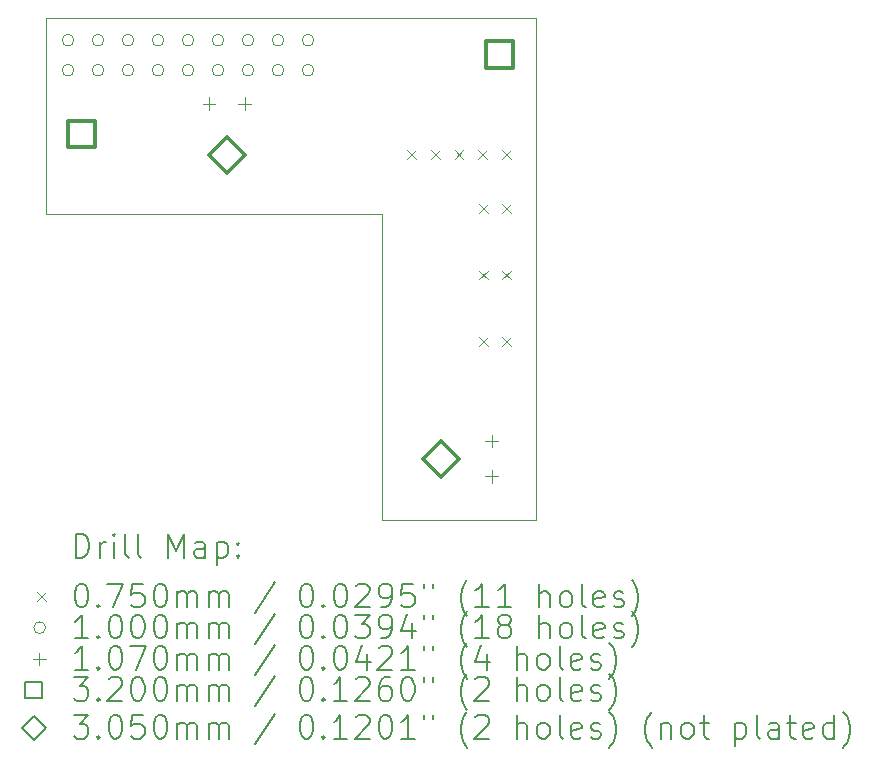
<source format=gbr>
%FSLAX45Y45*%
G04 Gerber Fmt 4.5, Leading zero omitted, Abs format (unit mm)*
G04 Created by KiCad (PCBNEW (6.0.2-0)) date 2023-02-02 13:40:41*
%MOMM*%
%LPD*%
G01*
G04 APERTURE LIST*
%TA.AperFunction,Profile*%
%ADD10C,0.100000*%
%TD*%
%ADD11C,0.200000*%
%ADD12C,0.075000*%
%ADD13C,0.100000*%
%ADD14C,0.107000*%
%ADD15C,0.320000*%
%ADD16C,0.305000*%
G04 APERTURE END LIST*
D10*
X22500Y4282500D02*
X22500Y2832500D01*
X4172500Y32500D02*
X4172500Y632500D01*
X22500Y2622500D02*
X2862500Y2622500D01*
X22500Y2622500D02*
X22500Y2832500D01*
X4172500Y4282500D02*
X4172500Y632500D01*
X2862500Y32500D02*
X2862500Y2622500D01*
X2862500Y32500D02*
X4172500Y32500D01*
X4172500Y4282500D02*
X22500Y4282500D01*
D11*
D12*
X3080000Y3167500D02*
X3155000Y3092500D01*
X3155000Y3167500D02*
X3080000Y3092500D01*
X3280000Y3167500D02*
X3355000Y3092500D01*
X3355000Y3167500D02*
X3280000Y3092500D01*
X3480000Y3167500D02*
X3555000Y3092500D01*
X3555000Y3167500D02*
X3480000Y3092500D01*
X3680000Y3167500D02*
X3755000Y3092500D01*
X3755000Y3167500D02*
X3680000Y3092500D01*
X3685000Y2707500D02*
X3760000Y2632500D01*
X3760000Y2707500D02*
X3685000Y2632500D01*
X3685000Y2147500D02*
X3760000Y2072500D01*
X3760000Y2147500D02*
X3685000Y2072500D01*
X3685000Y1585000D02*
X3760000Y1510000D01*
X3760000Y1585000D02*
X3685000Y1510000D01*
X3880000Y3167500D02*
X3955000Y3092500D01*
X3955000Y3167500D02*
X3880000Y3092500D01*
X3885000Y2707500D02*
X3960000Y2632500D01*
X3960000Y2707500D02*
X3885000Y2632500D01*
X3885000Y2147500D02*
X3960000Y2072500D01*
X3960000Y2147500D02*
X3885000Y2072500D01*
X3885000Y1585000D02*
X3960000Y1510000D01*
X3960000Y1585000D02*
X3885000Y1510000D01*
D13*
X257500Y4099000D02*
G75*
G03*
X257500Y4099000I-50000J0D01*
G01*
X257500Y3845000D02*
G75*
G03*
X257500Y3845000I-50000J0D01*
G01*
X511500Y4099000D02*
G75*
G03*
X511500Y4099000I-50000J0D01*
G01*
X511500Y3845000D02*
G75*
G03*
X511500Y3845000I-50000J0D01*
G01*
X765500Y4099000D02*
G75*
G03*
X765500Y4099000I-50000J0D01*
G01*
X765500Y3845000D02*
G75*
G03*
X765500Y3845000I-50000J0D01*
G01*
X1019500Y4099000D02*
G75*
G03*
X1019500Y4099000I-50000J0D01*
G01*
X1019500Y3845000D02*
G75*
G03*
X1019500Y3845000I-50000J0D01*
G01*
X1273500Y4099000D02*
G75*
G03*
X1273500Y4099000I-50000J0D01*
G01*
X1273500Y3845000D02*
G75*
G03*
X1273500Y3845000I-50000J0D01*
G01*
X1527500Y4099000D02*
G75*
G03*
X1527500Y4099000I-50000J0D01*
G01*
X1527500Y3845000D02*
G75*
G03*
X1527500Y3845000I-50000J0D01*
G01*
X1781500Y4099000D02*
G75*
G03*
X1781500Y4099000I-50000J0D01*
G01*
X1781500Y3845000D02*
G75*
G03*
X1781500Y3845000I-50000J0D01*
G01*
X2035500Y4099000D02*
G75*
G03*
X2035500Y4099000I-50000J0D01*
G01*
X2035500Y3845000D02*
G75*
G03*
X2035500Y3845000I-50000J0D01*
G01*
X2289500Y4099000D02*
G75*
G03*
X2289500Y4099000I-50000J0D01*
G01*
X2289500Y3845000D02*
G75*
G03*
X2289500Y3845000I-50000J0D01*
G01*
D14*
X1402500Y3613000D02*
X1402500Y3506000D01*
X1349000Y3559500D02*
X1456000Y3559500D01*
X1702500Y3613000D02*
X1702500Y3506000D01*
X1649000Y3559500D02*
X1756000Y3559500D01*
X3794500Y758500D02*
X3794500Y651500D01*
X3741000Y705000D02*
X3848000Y705000D01*
X3794500Y458500D02*
X3794500Y351500D01*
X3741000Y405000D02*
X3848000Y405000D01*
D15*
X433138Y3189362D02*
X433138Y3415638D01*
X206862Y3415638D01*
X206862Y3189362D01*
X433138Y3189362D01*
X3975638Y3861862D02*
X3975638Y4088138D01*
X3749362Y4088138D01*
X3749362Y3861862D01*
X3975638Y3861862D01*
D16*
X1552500Y2975000D02*
X1705000Y3127500D01*
X1552500Y3280000D01*
X1400000Y3127500D01*
X1552500Y2975000D01*
X3362500Y402500D02*
X3515000Y555000D01*
X3362500Y707500D01*
X3210000Y555000D01*
X3362500Y402500D01*
D11*
X275119Y-282976D02*
X275119Y-82976D01*
X322738Y-82976D01*
X351309Y-92500D01*
X370357Y-111548D01*
X379881Y-130595D01*
X389405Y-168690D01*
X389405Y-197262D01*
X379881Y-235357D01*
X370357Y-254405D01*
X351309Y-273452D01*
X322738Y-282976D01*
X275119Y-282976D01*
X475119Y-282976D02*
X475119Y-149643D01*
X475119Y-187738D02*
X484643Y-168690D01*
X494167Y-159167D01*
X513214Y-149643D01*
X532262Y-149643D01*
X598929Y-282976D02*
X598929Y-149643D01*
X598929Y-82976D02*
X589405Y-92500D01*
X598929Y-102024D01*
X608452Y-92500D01*
X598929Y-82976D01*
X598929Y-102024D01*
X722738Y-282976D02*
X703690Y-273452D01*
X694167Y-254405D01*
X694167Y-82976D01*
X827500Y-282976D02*
X808452Y-273452D01*
X798928Y-254405D01*
X798928Y-82976D01*
X1056071Y-282976D02*
X1056071Y-82976D01*
X1122738Y-225833D01*
X1189405Y-82976D01*
X1189405Y-282976D01*
X1370357Y-282976D02*
X1370357Y-178214D01*
X1360833Y-159167D01*
X1341786Y-149643D01*
X1303690Y-149643D01*
X1284643Y-159167D01*
X1370357Y-273452D02*
X1351310Y-282976D01*
X1303690Y-282976D01*
X1284643Y-273452D01*
X1275119Y-254405D01*
X1275119Y-235357D01*
X1284643Y-216309D01*
X1303690Y-206786D01*
X1351310Y-206786D01*
X1370357Y-197262D01*
X1465595Y-149643D02*
X1465595Y-349643D01*
X1465595Y-159167D02*
X1484643Y-149643D01*
X1522738Y-149643D01*
X1541786Y-159167D01*
X1551309Y-168690D01*
X1560833Y-187738D01*
X1560833Y-244881D01*
X1551309Y-263929D01*
X1541786Y-273452D01*
X1522738Y-282976D01*
X1484643Y-282976D01*
X1465595Y-273452D01*
X1646548Y-263929D02*
X1656071Y-273452D01*
X1646548Y-282976D01*
X1637024Y-273452D01*
X1646548Y-263929D01*
X1646548Y-282976D01*
X1646548Y-159167D02*
X1656071Y-168690D01*
X1646548Y-178214D01*
X1637024Y-168690D01*
X1646548Y-159167D01*
X1646548Y-178214D01*
D12*
X-57500Y-575000D02*
X17500Y-650000D01*
X17500Y-575000D02*
X-57500Y-650000D01*
D11*
X313214Y-502976D02*
X332262Y-502976D01*
X351309Y-512500D01*
X360833Y-522024D01*
X370357Y-541071D01*
X379881Y-579167D01*
X379881Y-626786D01*
X370357Y-664881D01*
X360833Y-683929D01*
X351309Y-693452D01*
X332262Y-702976D01*
X313214Y-702976D01*
X294167Y-693452D01*
X284643Y-683929D01*
X275119Y-664881D01*
X265595Y-626786D01*
X265595Y-579167D01*
X275119Y-541071D01*
X284643Y-522024D01*
X294167Y-512500D01*
X313214Y-502976D01*
X465595Y-683929D02*
X475119Y-693452D01*
X465595Y-702976D01*
X456071Y-693452D01*
X465595Y-683929D01*
X465595Y-702976D01*
X541786Y-502976D02*
X675119Y-502976D01*
X589405Y-702976D01*
X846548Y-502976D02*
X751309Y-502976D01*
X741786Y-598214D01*
X751309Y-588690D01*
X770357Y-579167D01*
X817976Y-579167D01*
X837024Y-588690D01*
X846548Y-598214D01*
X856071Y-617262D01*
X856071Y-664881D01*
X846548Y-683929D01*
X837024Y-693452D01*
X817976Y-702976D01*
X770357Y-702976D01*
X751309Y-693452D01*
X741786Y-683929D01*
X979881Y-502976D02*
X998928Y-502976D01*
X1017976Y-512500D01*
X1027500Y-522024D01*
X1037024Y-541071D01*
X1046548Y-579167D01*
X1046548Y-626786D01*
X1037024Y-664881D01*
X1027500Y-683929D01*
X1017976Y-693452D01*
X998928Y-702976D01*
X979881Y-702976D01*
X960833Y-693452D01*
X951309Y-683929D01*
X941786Y-664881D01*
X932262Y-626786D01*
X932262Y-579167D01*
X941786Y-541071D01*
X951309Y-522024D01*
X960833Y-512500D01*
X979881Y-502976D01*
X1132262Y-702976D02*
X1132262Y-569643D01*
X1132262Y-588690D02*
X1141786Y-579167D01*
X1160833Y-569643D01*
X1189405Y-569643D01*
X1208452Y-579167D01*
X1217976Y-598214D01*
X1217976Y-702976D01*
X1217976Y-598214D02*
X1227500Y-579167D01*
X1246548Y-569643D01*
X1275119Y-569643D01*
X1294167Y-579167D01*
X1303690Y-598214D01*
X1303690Y-702976D01*
X1398928Y-702976D02*
X1398928Y-569643D01*
X1398928Y-588690D02*
X1408452Y-579167D01*
X1427500Y-569643D01*
X1456071Y-569643D01*
X1475119Y-579167D01*
X1484643Y-598214D01*
X1484643Y-702976D01*
X1484643Y-598214D02*
X1494167Y-579167D01*
X1513214Y-569643D01*
X1541786Y-569643D01*
X1560833Y-579167D01*
X1570357Y-598214D01*
X1570357Y-702976D01*
X1960833Y-493452D02*
X1789405Y-750595D01*
X2217976Y-502976D02*
X2237024Y-502976D01*
X2256071Y-512500D01*
X2265595Y-522024D01*
X2275119Y-541071D01*
X2284643Y-579167D01*
X2284643Y-626786D01*
X2275119Y-664881D01*
X2265595Y-683929D01*
X2256071Y-693452D01*
X2237024Y-702976D01*
X2217976Y-702976D01*
X2198929Y-693452D01*
X2189405Y-683929D01*
X2179881Y-664881D01*
X2170357Y-626786D01*
X2170357Y-579167D01*
X2179881Y-541071D01*
X2189405Y-522024D01*
X2198929Y-512500D01*
X2217976Y-502976D01*
X2370357Y-683929D02*
X2379881Y-693452D01*
X2370357Y-702976D01*
X2360833Y-693452D01*
X2370357Y-683929D01*
X2370357Y-702976D01*
X2503690Y-502976D02*
X2522738Y-502976D01*
X2541786Y-512500D01*
X2551310Y-522024D01*
X2560833Y-541071D01*
X2570357Y-579167D01*
X2570357Y-626786D01*
X2560833Y-664881D01*
X2551310Y-683929D01*
X2541786Y-693452D01*
X2522738Y-702976D01*
X2503690Y-702976D01*
X2484643Y-693452D01*
X2475119Y-683929D01*
X2465595Y-664881D01*
X2456071Y-626786D01*
X2456071Y-579167D01*
X2465595Y-541071D01*
X2475119Y-522024D01*
X2484643Y-512500D01*
X2503690Y-502976D01*
X2646548Y-522024D02*
X2656071Y-512500D01*
X2675119Y-502976D01*
X2722738Y-502976D01*
X2741786Y-512500D01*
X2751310Y-522024D01*
X2760833Y-541071D01*
X2760833Y-560119D01*
X2751310Y-588690D01*
X2637024Y-702976D01*
X2760833Y-702976D01*
X2856071Y-702976D02*
X2894167Y-702976D01*
X2913214Y-693452D01*
X2922738Y-683929D01*
X2941786Y-655357D01*
X2951309Y-617262D01*
X2951309Y-541071D01*
X2941786Y-522024D01*
X2932262Y-512500D01*
X2913214Y-502976D01*
X2875119Y-502976D01*
X2856071Y-512500D01*
X2846548Y-522024D01*
X2837024Y-541071D01*
X2837024Y-588690D01*
X2846548Y-607738D01*
X2856071Y-617262D01*
X2875119Y-626786D01*
X2913214Y-626786D01*
X2932262Y-617262D01*
X2941786Y-607738D01*
X2951309Y-588690D01*
X3132262Y-502976D02*
X3037024Y-502976D01*
X3027500Y-598214D01*
X3037024Y-588690D01*
X3056071Y-579167D01*
X3103690Y-579167D01*
X3122738Y-588690D01*
X3132262Y-598214D01*
X3141786Y-617262D01*
X3141786Y-664881D01*
X3132262Y-683929D01*
X3122738Y-693452D01*
X3103690Y-702976D01*
X3056071Y-702976D01*
X3037024Y-693452D01*
X3027500Y-683929D01*
X3217976Y-502976D02*
X3217976Y-541071D01*
X3294167Y-502976D02*
X3294167Y-541071D01*
X3589405Y-779167D02*
X3579881Y-769643D01*
X3560833Y-741071D01*
X3551309Y-722024D01*
X3541786Y-693452D01*
X3532262Y-645833D01*
X3532262Y-607738D01*
X3541786Y-560119D01*
X3551309Y-531548D01*
X3560833Y-512500D01*
X3579881Y-483928D01*
X3589405Y-474405D01*
X3770357Y-702976D02*
X3656071Y-702976D01*
X3713214Y-702976D02*
X3713214Y-502976D01*
X3694167Y-531548D01*
X3675119Y-550595D01*
X3656071Y-560119D01*
X3960833Y-702976D02*
X3846548Y-702976D01*
X3903690Y-702976D02*
X3903690Y-502976D01*
X3884643Y-531548D01*
X3865595Y-550595D01*
X3846548Y-560119D01*
X4198929Y-702976D02*
X4198929Y-502976D01*
X4284643Y-702976D02*
X4284643Y-598214D01*
X4275119Y-579167D01*
X4256071Y-569643D01*
X4227500Y-569643D01*
X4208452Y-579167D01*
X4198929Y-588690D01*
X4408452Y-702976D02*
X4389405Y-693452D01*
X4379881Y-683929D01*
X4370357Y-664881D01*
X4370357Y-607738D01*
X4379881Y-588690D01*
X4389405Y-579167D01*
X4408452Y-569643D01*
X4437024Y-569643D01*
X4456071Y-579167D01*
X4465595Y-588690D01*
X4475119Y-607738D01*
X4475119Y-664881D01*
X4465595Y-683929D01*
X4456071Y-693452D01*
X4437024Y-702976D01*
X4408452Y-702976D01*
X4589405Y-702976D02*
X4570357Y-693452D01*
X4560833Y-674405D01*
X4560833Y-502976D01*
X4741786Y-693452D02*
X4722738Y-702976D01*
X4684643Y-702976D01*
X4665595Y-693452D01*
X4656071Y-674405D01*
X4656071Y-598214D01*
X4665595Y-579167D01*
X4684643Y-569643D01*
X4722738Y-569643D01*
X4741786Y-579167D01*
X4751310Y-598214D01*
X4751310Y-617262D01*
X4656071Y-636310D01*
X4827500Y-693452D02*
X4846548Y-702976D01*
X4884643Y-702976D01*
X4903690Y-693452D01*
X4913214Y-674405D01*
X4913214Y-664881D01*
X4903690Y-645833D01*
X4884643Y-636310D01*
X4856071Y-636310D01*
X4837024Y-626786D01*
X4827500Y-607738D01*
X4827500Y-598214D01*
X4837024Y-579167D01*
X4856071Y-569643D01*
X4884643Y-569643D01*
X4903690Y-579167D01*
X4979881Y-779167D02*
X4989405Y-769643D01*
X5008452Y-741071D01*
X5017976Y-722024D01*
X5027500Y-693452D01*
X5037024Y-645833D01*
X5037024Y-607738D01*
X5027500Y-560119D01*
X5017976Y-531548D01*
X5008452Y-512500D01*
X4989405Y-483928D01*
X4979881Y-474405D01*
D13*
X17500Y-876500D02*
G75*
G03*
X17500Y-876500I-50000J0D01*
G01*
D11*
X379881Y-966976D02*
X265595Y-966976D01*
X322738Y-966976D02*
X322738Y-766976D01*
X303690Y-795548D01*
X284643Y-814595D01*
X265595Y-824119D01*
X465595Y-947928D02*
X475119Y-957452D01*
X465595Y-966976D01*
X456071Y-957452D01*
X465595Y-947928D01*
X465595Y-966976D01*
X598929Y-766976D02*
X617976Y-766976D01*
X637024Y-776500D01*
X646548Y-786024D01*
X656071Y-805071D01*
X665595Y-843167D01*
X665595Y-890786D01*
X656071Y-928881D01*
X646548Y-947928D01*
X637024Y-957452D01*
X617976Y-966976D01*
X598929Y-966976D01*
X579881Y-957452D01*
X570357Y-947928D01*
X560833Y-928881D01*
X551310Y-890786D01*
X551310Y-843167D01*
X560833Y-805071D01*
X570357Y-786024D01*
X579881Y-776500D01*
X598929Y-766976D01*
X789405Y-766976D02*
X808452Y-766976D01*
X827500Y-776500D01*
X837024Y-786024D01*
X846548Y-805071D01*
X856071Y-843167D01*
X856071Y-890786D01*
X846548Y-928881D01*
X837024Y-947928D01*
X827500Y-957452D01*
X808452Y-966976D01*
X789405Y-966976D01*
X770357Y-957452D01*
X760833Y-947928D01*
X751309Y-928881D01*
X741786Y-890786D01*
X741786Y-843167D01*
X751309Y-805071D01*
X760833Y-786024D01*
X770357Y-776500D01*
X789405Y-766976D01*
X979881Y-766976D02*
X998928Y-766976D01*
X1017976Y-776500D01*
X1027500Y-786024D01*
X1037024Y-805071D01*
X1046548Y-843167D01*
X1046548Y-890786D01*
X1037024Y-928881D01*
X1027500Y-947928D01*
X1017976Y-957452D01*
X998928Y-966976D01*
X979881Y-966976D01*
X960833Y-957452D01*
X951309Y-947928D01*
X941786Y-928881D01*
X932262Y-890786D01*
X932262Y-843167D01*
X941786Y-805071D01*
X951309Y-786024D01*
X960833Y-776500D01*
X979881Y-766976D01*
X1132262Y-966976D02*
X1132262Y-833643D01*
X1132262Y-852690D02*
X1141786Y-843167D01*
X1160833Y-833643D01*
X1189405Y-833643D01*
X1208452Y-843167D01*
X1217976Y-862214D01*
X1217976Y-966976D01*
X1217976Y-862214D02*
X1227500Y-843167D01*
X1246548Y-833643D01*
X1275119Y-833643D01*
X1294167Y-843167D01*
X1303690Y-862214D01*
X1303690Y-966976D01*
X1398928Y-966976D02*
X1398928Y-833643D01*
X1398928Y-852690D02*
X1408452Y-843167D01*
X1427500Y-833643D01*
X1456071Y-833643D01*
X1475119Y-843167D01*
X1484643Y-862214D01*
X1484643Y-966976D01*
X1484643Y-862214D02*
X1494167Y-843167D01*
X1513214Y-833643D01*
X1541786Y-833643D01*
X1560833Y-843167D01*
X1570357Y-862214D01*
X1570357Y-966976D01*
X1960833Y-757452D02*
X1789405Y-1014595D01*
X2217976Y-766976D02*
X2237024Y-766976D01*
X2256071Y-776500D01*
X2265595Y-786024D01*
X2275119Y-805071D01*
X2284643Y-843167D01*
X2284643Y-890786D01*
X2275119Y-928881D01*
X2265595Y-947928D01*
X2256071Y-957452D01*
X2237024Y-966976D01*
X2217976Y-966976D01*
X2198929Y-957452D01*
X2189405Y-947928D01*
X2179881Y-928881D01*
X2170357Y-890786D01*
X2170357Y-843167D01*
X2179881Y-805071D01*
X2189405Y-786024D01*
X2198929Y-776500D01*
X2217976Y-766976D01*
X2370357Y-947928D02*
X2379881Y-957452D01*
X2370357Y-966976D01*
X2360833Y-957452D01*
X2370357Y-947928D01*
X2370357Y-966976D01*
X2503690Y-766976D02*
X2522738Y-766976D01*
X2541786Y-776500D01*
X2551310Y-786024D01*
X2560833Y-805071D01*
X2570357Y-843167D01*
X2570357Y-890786D01*
X2560833Y-928881D01*
X2551310Y-947928D01*
X2541786Y-957452D01*
X2522738Y-966976D01*
X2503690Y-966976D01*
X2484643Y-957452D01*
X2475119Y-947928D01*
X2465595Y-928881D01*
X2456071Y-890786D01*
X2456071Y-843167D01*
X2465595Y-805071D01*
X2475119Y-786024D01*
X2484643Y-776500D01*
X2503690Y-766976D01*
X2637024Y-766976D02*
X2760833Y-766976D01*
X2694167Y-843167D01*
X2722738Y-843167D01*
X2741786Y-852690D01*
X2751310Y-862214D01*
X2760833Y-881262D01*
X2760833Y-928881D01*
X2751310Y-947928D01*
X2741786Y-957452D01*
X2722738Y-966976D01*
X2665595Y-966976D01*
X2646548Y-957452D01*
X2637024Y-947928D01*
X2856071Y-966976D02*
X2894167Y-966976D01*
X2913214Y-957452D01*
X2922738Y-947928D01*
X2941786Y-919357D01*
X2951309Y-881262D01*
X2951309Y-805071D01*
X2941786Y-786024D01*
X2932262Y-776500D01*
X2913214Y-766976D01*
X2875119Y-766976D01*
X2856071Y-776500D01*
X2846548Y-786024D01*
X2837024Y-805071D01*
X2837024Y-852690D01*
X2846548Y-871738D01*
X2856071Y-881262D01*
X2875119Y-890786D01*
X2913214Y-890786D01*
X2932262Y-881262D01*
X2941786Y-871738D01*
X2951309Y-852690D01*
X3122738Y-833643D02*
X3122738Y-966976D01*
X3075119Y-757452D02*
X3027500Y-900309D01*
X3151309Y-900309D01*
X3217976Y-766976D02*
X3217976Y-805071D01*
X3294167Y-766976D02*
X3294167Y-805071D01*
X3589405Y-1043167D02*
X3579881Y-1033643D01*
X3560833Y-1005071D01*
X3551309Y-986024D01*
X3541786Y-957452D01*
X3532262Y-909833D01*
X3532262Y-871738D01*
X3541786Y-824119D01*
X3551309Y-795548D01*
X3560833Y-776500D01*
X3579881Y-747928D01*
X3589405Y-738405D01*
X3770357Y-966976D02*
X3656071Y-966976D01*
X3713214Y-966976D02*
X3713214Y-766976D01*
X3694167Y-795548D01*
X3675119Y-814595D01*
X3656071Y-824119D01*
X3884643Y-852690D02*
X3865595Y-843167D01*
X3856071Y-833643D01*
X3846548Y-814595D01*
X3846548Y-805071D01*
X3856071Y-786024D01*
X3865595Y-776500D01*
X3884643Y-766976D01*
X3922738Y-766976D01*
X3941786Y-776500D01*
X3951309Y-786024D01*
X3960833Y-805071D01*
X3960833Y-814595D01*
X3951309Y-833643D01*
X3941786Y-843167D01*
X3922738Y-852690D01*
X3884643Y-852690D01*
X3865595Y-862214D01*
X3856071Y-871738D01*
X3846548Y-890786D01*
X3846548Y-928881D01*
X3856071Y-947928D01*
X3865595Y-957452D01*
X3884643Y-966976D01*
X3922738Y-966976D01*
X3941786Y-957452D01*
X3951309Y-947928D01*
X3960833Y-928881D01*
X3960833Y-890786D01*
X3951309Y-871738D01*
X3941786Y-862214D01*
X3922738Y-852690D01*
X4198929Y-966976D02*
X4198929Y-766976D01*
X4284643Y-966976D02*
X4284643Y-862214D01*
X4275119Y-843167D01*
X4256071Y-833643D01*
X4227500Y-833643D01*
X4208452Y-843167D01*
X4198929Y-852690D01*
X4408452Y-966976D02*
X4389405Y-957452D01*
X4379881Y-947928D01*
X4370357Y-928881D01*
X4370357Y-871738D01*
X4379881Y-852690D01*
X4389405Y-843167D01*
X4408452Y-833643D01*
X4437024Y-833643D01*
X4456071Y-843167D01*
X4465595Y-852690D01*
X4475119Y-871738D01*
X4475119Y-928881D01*
X4465595Y-947928D01*
X4456071Y-957452D01*
X4437024Y-966976D01*
X4408452Y-966976D01*
X4589405Y-966976D02*
X4570357Y-957452D01*
X4560833Y-938405D01*
X4560833Y-766976D01*
X4741786Y-957452D02*
X4722738Y-966976D01*
X4684643Y-966976D01*
X4665595Y-957452D01*
X4656071Y-938405D01*
X4656071Y-862214D01*
X4665595Y-843167D01*
X4684643Y-833643D01*
X4722738Y-833643D01*
X4741786Y-843167D01*
X4751310Y-862214D01*
X4751310Y-881262D01*
X4656071Y-900309D01*
X4827500Y-957452D02*
X4846548Y-966976D01*
X4884643Y-966976D01*
X4903690Y-957452D01*
X4913214Y-938405D01*
X4913214Y-928881D01*
X4903690Y-909833D01*
X4884643Y-900309D01*
X4856071Y-900309D01*
X4837024Y-890786D01*
X4827500Y-871738D01*
X4827500Y-862214D01*
X4837024Y-843167D01*
X4856071Y-833643D01*
X4884643Y-833643D01*
X4903690Y-843167D01*
X4979881Y-1043167D02*
X4989405Y-1033643D01*
X5008452Y-1005071D01*
X5017976Y-986024D01*
X5027500Y-957452D01*
X5037024Y-909833D01*
X5037024Y-871738D01*
X5027500Y-824119D01*
X5017976Y-795548D01*
X5008452Y-776500D01*
X4989405Y-747928D01*
X4979881Y-738405D01*
D14*
X-36000Y-1087000D02*
X-36000Y-1194000D01*
X-89500Y-1140500D02*
X17500Y-1140500D01*
D11*
X379881Y-1230976D02*
X265595Y-1230976D01*
X322738Y-1230976D02*
X322738Y-1030976D01*
X303690Y-1059548D01*
X284643Y-1078595D01*
X265595Y-1088119D01*
X465595Y-1211929D02*
X475119Y-1221452D01*
X465595Y-1230976D01*
X456071Y-1221452D01*
X465595Y-1211929D01*
X465595Y-1230976D01*
X598929Y-1030976D02*
X617976Y-1030976D01*
X637024Y-1040500D01*
X646548Y-1050024D01*
X656071Y-1069071D01*
X665595Y-1107167D01*
X665595Y-1154786D01*
X656071Y-1192881D01*
X646548Y-1211929D01*
X637024Y-1221452D01*
X617976Y-1230976D01*
X598929Y-1230976D01*
X579881Y-1221452D01*
X570357Y-1211929D01*
X560833Y-1192881D01*
X551310Y-1154786D01*
X551310Y-1107167D01*
X560833Y-1069071D01*
X570357Y-1050024D01*
X579881Y-1040500D01*
X598929Y-1030976D01*
X732262Y-1030976D02*
X865595Y-1030976D01*
X779881Y-1230976D01*
X979881Y-1030976D02*
X998928Y-1030976D01*
X1017976Y-1040500D01*
X1027500Y-1050024D01*
X1037024Y-1069071D01*
X1046548Y-1107167D01*
X1046548Y-1154786D01*
X1037024Y-1192881D01*
X1027500Y-1211929D01*
X1017976Y-1221452D01*
X998928Y-1230976D01*
X979881Y-1230976D01*
X960833Y-1221452D01*
X951309Y-1211929D01*
X941786Y-1192881D01*
X932262Y-1154786D01*
X932262Y-1107167D01*
X941786Y-1069071D01*
X951309Y-1050024D01*
X960833Y-1040500D01*
X979881Y-1030976D01*
X1132262Y-1230976D02*
X1132262Y-1097643D01*
X1132262Y-1116690D02*
X1141786Y-1107167D01*
X1160833Y-1097643D01*
X1189405Y-1097643D01*
X1208452Y-1107167D01*
X1217976Y-1126214D01*
X1217976Y-1230976D01*
X1217976Y-1126214D02*
X1227500Y-1107167D01*
X1246548Y-1097643D01*
X1275119Y-1097643D01*
X1294167Y-1107167D01*
X1303690Y-1126214D01*
X1303690Y-1230976D01*
X1398928Y-1230976D02*
X1398928Y-1097643D01*
X1398928Y-1116690D02*
X1408452Y-1107167D01*
X1427500Y-1097643D01*
X1456071Y-1097643D01*
X1475119Y-1107167D01*
X1484643Y-1126214D01*
X1484643Y-1230976D01*
X1484643Y-1126214D02*
X1494167Y-1107167D01*
X1513214Y-1097643D01*
X1541786Y-1097643D01*
X1560833Y-1107167D01*
X1570357Y-1126214D01*
X1570357Y-1230976D01*
X1960833Y-1021452D02*
X1789405Y-1278595D01*
X2217976Y-1030976D02*
X2237024Y-1030976D01*
X2256071Y-1040500D01*
X2265595Y-1050024D01*
X2275119Y-1069071D01*
X2284643Y-1107167D01*
X2284643Y-1154786D01*
X2275119Y-1192881D01*
X2265595Y-1211929D01*
X2256071Y-1221452D01*
X2237024Y-1230976D01*
X2217976Y-1230976D01*
X2198929Y-1221452D01*
X2189405Y-1211929D01*
X2179881Y-1192881D01*
X2170357Y-1154786D01*
X2170357Y-1107167D01*
X2179881Y-1069071D01*
X2189405Y-1050024D01*
X2198929Y-1040500D01*
X2217976Y-1030976D01*
X2370357Y-1211929D02*
X2379881Y-1221452D01*
X2370357Y-1230976D01*
X2360833Y-1221452D01*
X2370357Y-1211929D01*
X2370357Y-1230976D01*
X2503690Y-1030976D02*
X2522738Y-1030976D01*
X2541786Y-1040500D01*
X2551310Y-1050024D01*
X2560833Y-1069071D01*
X2570357Y-1107167D01*
X2570357Y-1154786D01*
X2560833Y-1192881D01*
X2551310Y-1211929D01*
X2541786Y-1221452D01*
X2522738Y-1230976D01*
X2503690Y-1230976D01*
X2484643Y-1221452D01*
X2475119Y-1211929D01*
X2465595Y-1192881D01*
X2456071Y-1154786D01*
X2456071Y-1107167D01*
X2465595Y-1069071D01*
X2475119Y-1050024D01*
X2484643Y-1040500D01*
X2503690Y-1030976D01*
X2741786Y-1097643D02*
X2741786Y-1230976D01*
X2694167Y-1021452D02*
X2646548Y-1164310D01*
X2770357Y-1164310D01*
X2837024Y-1050024D02*
X2846548Y-1040500D01*
X2865595Y-1030976D01*
X2913214Y-1030976D01*
X2932262Y-1040500D01*
X2941786Y-1050024D01*
X2951309Y-1069071D01*
X2951309Y-1088119D01*
X2941786Y-1116690D01*
X2827500Y-1230976D01*
X2951309Y-1230976D01*
X3141786Y-1230976D02*
X3027500Y-1230976D01*
X3084643Y-1230976D02*
X3084643Y-1030976D01*
X3065595Y-1059548D01*
X3046548Y-1078595D01*
X3027500Y-1088119D01*
X3217976Y-1030976D02*
X3217976Y-1069071D01*
X3294167Y-1030976D02*
X3294167Y-1069071D01*
X3589405Y-1307167D02*
X3579881Y-1297643D01*
X3560833Y-1269071D01*
X3551309Y-1250024D01*
X3541786Y-1221452D01*
X3532262Y-1173833D01*
X3532262Y-1135738D01*
X3541786Y-1088119D01*
X3551309Y-1059548D01*
X3560833Y-1040500D01*
X3579881Y-1011928D01*
X3589405Y-1002405D01*
X3751309Y-1097643D02*
X3751309Y-1230976D01*
X3703690Y-1021452D02*
X3656071Y-1164310D01*
X3779881Y-1164310D01*
X4008452Y-1230976D02*
X4008452Y-1030976D01*
X4094167Y-1230976D02*
X4094167Y-1126214D01*
X4084643Y-1107167D01*
X4065595Y-1097643D01*
X4037024Y-1097643D01*
X4017976Y-1107167D01*
X4008452Y-1116690D01*
X4217976Y-1230976D02*
X4198929Y-1221452D01*
X4189405Y-1211929D01*
X4179881Y-1192881D01*
X4179881Y-1135738D01*
X4189405Y-1116690D01*
X4198929Y-1107167D01*
X4217976Y-1097643D01*
X4246548Y-1097643D01*
X4265595Y-1107167D01*
X4275119Y-1116690D01*
X4284643Y-1135738D01*
X4284643Y-1192881D01*
X4275119Y-1211929D01*
X4265595Y-1221452D01*
X4246548Y-1230976D01*
X4217976Y-1230976D01*
X4398929Y-1230976D02*
X4379881Y-1221452D01*
X4370357Y-1202405D01*
X4370357Y-1030976D01*
X4551310Y-1221452D02*
X4532262Y-1230976D01*
X4494167Y-1230976D01*
X4475119Y-1221452D01*
X4465595Y-1202405D01*
X4465595Y-1126214D01*
X4475119Y-1107167D01*
X4494167Y-1097643D01*
X4532262Y-1097643D01*
X4551310Y-1107167D01*
X4560833Y-1126214D01*
X4560833Y-1145262D01*
X4465595Y-1164310D01*
X4637024Y-1221452D02*
X4656071Y-1230976D01*
X4694167Y-1230976D01*
X4713214Y-1221452D01*
X4722738Y-1202405D01*
X4722738Y-1192881D01*
X4713214Y-1173833D01*
X4694167Y-1164310D01*
X4665595Y-1164310D01*
X4646548Y-1154786D01*
X4637024Y-1135738D01*
X4637024Y-1126214D01*
X4646548Y-1107167D01*
X4665595Y-1097643D01*
X4694167Y-1097643D01*
X4713214Y-1107167D01*
X4789405Y-1307167D02*
X4798929Y-1297643D01*
X4817976Y-1269071D01*
X4827500Y-1250024D01*
X4837024Y-1221452D01*
X4846548Y-1173833D01*
X4846548Y-1135738D01*
X4837024Y-1088119D01*
X4827500Y-1059548D01*
X4817976Y-1040500D01*
X4798929Y-1011928D01*
X4789405Y-1002405D01*
X-11789Y-1475211D02*
X-11789Y-1333789D01*
X-153211Y-1333789D01*
X-153211Y-1475211D01*
X-11789Y-1475211D01*
X256071Y-1294976D02*
X379881Y-1294976D01*
X313214Y-1371167D01*
X341786Y-1371167D01*
X360833Y-1380690D01*
X370357Y-1390214D01*
X379881Y-1409262D01*
X379881Y-1456881D01*
X370357Y-1475928D01*
X360833Y-1485452D01*
X341786Y-1494976D01*
X284643Y-1494976D01*
X265595Y-1485452D01*
X256071Y-1475928D01*
X465595Y-1475928D02*
X475119Y-1485452D01*
X465595Y-1494976D01*
X456071Y-1485452D01*
X465595Y-1475928D01*
X465595Y-1494976D01*
X551310Y-1314024D02*
X560833Y-1304500D01*
X579881Y-1294976D01*
X627500Y-1294976D01*
X646548Y-1304500D01*
X656071Y-1314024D01*
X665595Y-1333071D01*
X665595Y-1352119D01*
X656071Y-1380690D01*
X541786Y-1494976D01*
X665595Y-1494976D01*
X789405Y-1294976D02*
X808452Y-1294976D01*
X827500Y-1304500D01*
X837024Y-1314024D01*
X846548Y-1333071D01*
X856071Y-1371167D01*
X856071Y-1418786D01*
X846548Y-1456881D01*
X837024Y-1475928D01*
X827500Y-1485452D01*
X808452Y-1494976D01*
X789405Y-1494976D01*
X770357Y-1485452D01*
X760833Y-1475928D01*
X751309Y-1456881D01*
X741786Y-1418786D01*
X741786Y-1371167D01*
X751309Y-1333071D01*
X760833Y-1314024D01*
X770357Y-1304500D01*
X789405Y-1294976D01*
X979881Y-1294976D02*
X998928Y-1294976D01*
X1017976Y-1304500D01*
X1027500Y-1314024D01*
X1037024Y-1333071D01*
X1046548Y-1371167D01*
X1046548Y-1418786D01*
X1037024Y-1456881D01*
X1027500Y-1475928D01*
X1017976Y-1485452D01*
X998928Y-1494976D01*
X979881Y-1494976D01*
X960833Y-1485452D01*
X951309Y-1475928D01*
X941786Y-1456881D01*
X932262Y-1418786D01*
X932262Y-1371167D01*
X941786Y-1333071D01*
X951309Y-1314024D01*
X960833Y-1304500D01*
X979881Y-1294976D01*
X1132262Y-1494976D02*
X1132262Y-1361643D01*
X1132262Y-1380690D02*
X1141786Y-1371167D01*
X1160833Y-1361643D01*
X1189405Y-1361643D01*
X1208452Y-1371167D01*
X1217976Y-1390214D01*
X1217976Y-1494976D01*
X1217976Y-1390214D02*
X1227500Y-1371167D01*
X1246548Y-1361643D01*
X1275119Y-1361643D01*
X1294167Y-1371167D01*
X1303690Y-1390214D01*
X1303690Y-1494976D01*
X1398928Y-1494976D02*
X1398928Y-1361643D01*
X1398928Y-1380690D02*
X1408452Y-1371167D01*
X1427500Y-1361643D01*
X1456071Y-1361643D01*
X1475119Y-1371167D01*
X1484643Y-1390214D01*
X1484643Y-1494976D01*
X1484643Y-1390214D02*
X1494167Y-1371167D01*
X1513214Y-1361643D01*
X1541786Y-1361643D01*
X1560833Y-1371167D01*
X1570357Y-1390214D01*
X1570357Y-1494976D01*
X1960833Y-1285452D02*
X1789405Y-1542595D01*
X2217976Y-1294976D02*
X2237024Y-1294976D01*
X2256071Y-1304500D01*
X2265595Y-1314024D01*
X2275119Y-1333071D01*
X2284643Y-1371167D01*
X2284643Y-1418786D01*
X2275119Y-1456881D01*
X2265595Y-1475928D01*
X2256071Y-1485452D01*
X2237024Y-1494976D01*
X2217976Y-1494976D01*
X2198929Y-1485452D01*
X2189405Y-1475928D01*
X2179881Y-1456881D01*
X2170357Y-1418786D01*
X2170357Y-1371167D01*
X2179881Y-1333071D01*
X2189405Y-1314024D01*
X2198929Y-1304500D01*
X2217976Y-1294976D01*
X2370357Y-1475928D02*
X2379881Y-1485452D01*
X2370357Y-1494976D01*
X2360833Y-1485452D01*
X2370357Y-1475928D01*
X2370357Y-1494976D01*
X2570357Y-1494976D02*
X2456071Y-1494976D01*
X2513214Y-1494976D02*
X2513214Y-1294976D01*
X2494167Y-1323548D01*
X2475119Y-1342595D01*
X2456071Y-1352119D01*
X2646548Y-1314024D02*
X2656071Y-1304500D01*
X2675119Y-1294976D01*
X2722738Y-1294976D01*
X2741786Y-1304500D01*
X2751310Y-1314024D01*
X2760833Y-1333071D01*
X2760833Y-1352119D01*
X2751310Y-1380690D01*
X2637024Y-1494976D01*
X2760833Y-1494976D01*
X2932262Y-1294976D02*
X2894167Y-1294976D01*
X2875119Y-1304500D01*
X2865595Y-1314024D01*
X2846548Y-1342595D01*
X2837024Y-1380690D01*
X2837024Y-1456881D01*
X2846548Y-1475928D01*
X2856071Y-1485452D01*
X2875119Y-1494976D01*
X2913214Y-1494976D01*
X2932262Y-1485452D01*
X2941786Y-1475928D01*
X2951309Y-1456881D01*
X2951309Y-1409262D01*
X2941786Y-1390214D01*
X2932262Y-1380690D01*
X2913214Y-1371167D01*
X2875119Y-1371167D01*
X2856071Y-1380690D01*
X2846548Y-1390214D01*
X2837024Y-1409262D01*
X3075119Y-1294976D02*
X3094167Y-1294976D01*
X3113214Y-1304500D01*
X3122738Y-1314024D01*
X3132262Y-1333071D01*
X3141786Y-1371167D01*
X3141786Y-1418786D01*
X3132262Y-1456881D01*
X3122738Y-1475928D01*
X3113214Y-1485452D01*
X3094167Y-1494976D01*
X3075119Y-1494976D01*
X3056071Y-1485452D01*
X3046548Y-1475928D01*
X3037024Y-1456881D01*
X3027500Y-1418786D01*
X3027500Y-1371167D01*
X3037024Y-1333071D01*
X3046548Y-1314024D01*
X3056071Y-1304500D01*
X3075119Y-1294976D01*
X3217976Y-1294976D02*
X3217976Y-1333071D01*
X3294167Y-1294976D02*
X3294167Y-1333071D01*
X3589405Y-1571167D02*
X3579881Y-1561643D01*
X3560833Y-1533071D01*
X3551309Y-1514024D01*
X3541786Y-1485452D01*
X3532262Y-1437833D01*
X3532262Y-1399738D01*
X3541786Y-1352119D01*
X3551309Y-1323548D01*
X3560833Y-1304500D01*
X3579881Y-1275929D01*
X3589405Y-1266405D01*
X3656071Y-1314024D02*
X3665595Y-1304500D01*
X3684643Y-1294976D01*
X3732262Y-1294976D01*
X3751309Y-1304500D01*
X3760833Y-1314024D01*
X3770357Y-1333071D01*
X3770357Y-1352119D01*
X3760833Y-1380690D01*
X3646548Y-1494976D01*
X3770357Y-1494976D01*
X4008452Y-1494976D02*
X4008452Y-1294976D01*
X4094167Y-1494976D02*
X4094167Y-1390214D01*
X4084643Y-1371167D01*
X4065595Y-1361643D01*
X4037024Y-1361643D01*
X4017976Y-1371167D01*
X4008452Y-1380690D01*
X4217976Y-1494976D02*
X4198929Y-1485452D01*
X4189405Y-1475928D01*
X4179881Y-1456881D01*
X4179881Y-1399738D01*
X4189405Y-1380690D01*
X4198929Y-1371167D01*
X4217976Y-1361643D01*
X4246548Y-1361643D01*
X4265595Y-1371167D01*
X4275119Y-1380690D01*
X4284643Y-1399738D01*
X4284643Y-1456881D01*
X4275119Y-1475928D01*
X4265595Y-1485452D01*
X4246548Y-1494976D01*
X4217976Y-1494976D01*
X4398929Y-1494976D02*
X4379881Y-1485452D01*
X4370357Y-1466405D01*
X4370357Y-1294976D01*
X4551310Y-1485452D02*
X4532262Y-1494976D01*
X4494167Y-1494976D01*
X4475119Y-1485452D01*
X4465595Y-1466405D01*
X4465595Y-1390214D01*
X4475119Y-1371167D01*
X4494167Y-1361643D01*
X4532262Y-1361643D01*
X4551310Y-1371167D01*
X4560833Y-1390214D01*
X4560833Y-1409262D01*
X4465595Y-1428309D01*
X4637024Y-1485452D02*
X4656071Y-1494976D01*
X4694167Y-1494976D01*
X4713214Y-1485452D01*
X4722738Y-1466405D01*
X4722738Y-1456881D01*
X4713214Y-1437833D01*
X4694167Y-1428309D01*
X4665595Y-1428309D01*
X4646548Y-1418786D01*
X4637024Y-1399738D01*
X4637024Y-1390214D01*
X4646548Y-1371167D01*
X4665595Y-1361643D01*
X4694167Y-1361643D01*
X4713214Y-1371167D01*
X4789405Y-1571167D02*
X4798929Y-1561643D01*
X4817976Y-1533071D01*
X4827500Y-1514024D01*
X4837024Y-1485452D01*
X4846548Y-1437833D01*
X4846548Y-1399738D01*
X4837024Y-1352119D01*
X4827500Y-1323548D01*
X4817976Y-1304500D01*
X4798929Y-1275929D01*
X4789405Y-1266405D01*
X-82500Y-1824500D02*
X17500Y-1724500D01*
X-82500Y-1624500D01*
X-182500Y-1724500D01*
X-82500Y-1824500D01*
X256071Y-1614976D02*
X379881Y-1614976D01*
X313214Y-1691167D01*
X341786Y-1691167D01*
X360833Y-1700690D01*
X370357Y-1710214D01*
X379881Y-1729262D01*
X379881Y-1776881D01*
X370357Y-1795928D01*
X360833Y-1805452D01*
X341786Y-1814976D01*
X284643Y-1814976D01*
X265595Y-1805452D01*
X256071Y-1795928D01*
X465595Y-1795928D02*
X475119Y-1805452D01*
X465595Y-1814976D01*
X456071Y-1805452D01*
X465595Y-1795928D01*
X465595Y-1814976D01*
X598929Y-1614976D02*
X617976Y-1614976D01*
X637024Y-1624500D01*
X646548Y-1634024D01*
X656071Y-1653071D01*
X665595Y-1691167D01*
X665595Y-1738786D01*
X656071Y-1776881D01*
X646548Y-1795928D01*
X637024Y-1805452D01*
X617976Y-1814976D01*
X598929Y-1814976D01*
X579881Y-1805452D01*
X570357Y-1795928D01*
X560833Y-1776881D01*
X551310Y-1738786D01*
X551310Y-1691167D01*
X560833Y-1653071D01*
X570357Y-1634024D01*
X579881Y-1624500D01*
X598929Y-1614976D01*
X846548Y-1614976D02*
X751309Y-1614976D01*
X741786Y-1710214D01*
X751309Y-1700690D01*
X770357Y-1691167D01*
X817976Y-1691167D01*
X837024Y-1700690D01*
X846548Y-1710214D01*
X856071Y-1729262D01*
X856071Y-1776881D01*
X846548Y-1795928D01*
X837024Y-1805452D01*
X817976Y-1814976D01*
X770357Y-1814976D01*
X751309Y-1805452D01*
X741786Y-1795928D01*
X979881Y-1614976D02*
X998928Y-1614976D01*
X1017976Y-1624500D01*
X1027500Y-1634024D01*
X1037024Y-1653071D01*
X1046548Y-1691167D01*
X1046548Y-1738786D01*
X1037024Y-1776881D01*
X1027500Y-1795928D01*
X1017976Y-1805452D01*
X998928Y-1814976D01*
X979881Y-1814976D01*
X960833Y-1805452D01*
X951309Y-1795928D01*
X941786Y-1776881D01*
X932262Y-1738786D01*
X932262Y-1691167D01*
X941786Y-1653071D01*
X951309Y-1634024D01*
X960833Y-1624500D01*
X979881Y-1614976D01*
X1132262Y-1814976D02*
X1132262Y-1681643D01*
X1132262Y-1700690D02*
X1141786Y-1691167D01*
X1160833Y-1681643D01*
X1189405Y-1681643D01*
X1208452Y-1691167D01*
X1217976Y-1710214D01*
X1217976Y-1814976D01*
X1217976Y-1710214D02*
X1227500Y-1691167D01*
X1246548Y-1681643D01*
X1275119Y-1681643D01*
X1294167Y-1691167D01*
X1303690Y-1710214D01*
X1303690Y-1814976D01*
X1398928Y-1814976D02*
X1398928Y-1681643D01*
X1398928Y-1700690D02*
X1408452Y-1691167D01*
X1427500Y-1681643D01*
X1456071Y-1681643D01*
X1475119Y-1691167D01*
X1484643Y-1710214D01*
X1484643Y-1814976D01*
X1484643Y-1710214D02*
X1494167Y-1691167D01*
X1513214Y-1681643D01*
X1541786Y-1681643D01*
X1560833Y-1691167D01*
X1570357Y-1710214D01*
X1570357Y-1814976D01*
X1960833Y-1605452D02*
X1789405Y-1862595D01*
X2217976Y-1614976D02*
X2237024Y-1614976D01*
X2256071Y-1624500D01*
X2265595Y-1634024D01*
X2275119Y-1653071D01*
X2284643Y-1691167D01*
X2284643Y-1738786D01*
X2275119Y-1776881D01*
X2265595Y-1795928D01*
X2256071Y-1805452D01*
X2237024Y-1814976D01*
X2217976Y-1814976D01*
X2198929Y-1805452D01*
X2189405Y-1795928D01*
X2179881Y-1776881D01*
X2170357Y-1738786D01*
X2170357Y-1691167D01*
X2179881Y-1653071D01*
X2189405Y-1634024D01*
X2198929Y-1624500D01*
X2217976Y-1614976D01*
X2370357Y-1795928D02*
X2379881Y-1805452D01*
X2370357Y-1814976D01*
X2360833Y-1805452D01*
X2370357Y-1795928D01*
X2370357Y-1814976D01*
X2570357Y-1814976D02*
X2456071Y-1814976D01*
X2513214Y-1814976D02*
X2513214Y-1614976D01*
X2494167Y-1643548D01*
X2475119Y-1662595D01*
X2456071Y-1672119D01*
X2646548Y-1634024D02*
X2656071Y-1624500D01*
X2675119Y-1614976D01*
X2722738Y-1614976D01*
X2741786Y-1624500D01*
X2751310Y-1634024D01*
X2760833Y-1653071D01*
X2760833Y-1672119D01*
X2751310Y-1700690D01*
X2637024Y-1814976D01*
X2760833Y-1814976D01*
X2884643Y-1614976D02*
X2903690Y-1614976D01*
X2922738Y-1624500D01*
X2932262Y-1634024D01*
X2941786Y-1653071D01*
X2951309Y-1691167D01*
X2951309Y-1738786D01*
X2941786Y-1776881D01*
X2932262Y-1795928D01*
X2922738Y-1805452D01*
X2903690Y-1814976D01*
X2884643Y-1814976D01*
X2865595Y-1805452D01*
X2856071Y-1795928D01*
X2846548Y-1776881D01*
X2837024Y-1738786D01*
X2837024Y-1691167D01*
X2846548Y-1653071D01*
X2856071Y-1634024D01*
X2865595Y-1624500D01*
X2884643Y-1614976D01*
X3141786Y-1814976D02*
X3027500Y-1814976D01*
X3084643Y-1814976D02*
X3084643Y-1614976D01*
X3065595Y-1643548D01*
X3046548Y-1662595D01*
X3027500Y-1672119D01*
X3217976Y-1614976D02*
X3217976Y-1653071D01*
X3294167Y-1614976D02*
X3294167Y-1653071D01*
X3589405Y-1891167D02*
X3579881Y-1881643D01*
X3560833Y-1853071D01*
X3551309Y-1834024D01*
X3541786Y-1805452D01*
X3532262Y-1757833D01*
X3532262Y-1719738D01*
X3541786Y-1672119D01*
X3551309Y-1643548D01*
X3560833Y-1624500D01*
X3579881Y-1595928D01*
X3589405Y-1586405D01*
X3656071Y-1634024D02*
X3665595Y-1624500D01*
X3684643Y-1614976D01*
X3732262Y-1614976D01*
X3751309Y-1624500D01*
X3760833Y-1634024D01*
X3770357Y-1653071D01*
X3770357Y-1672119D01*
X3760833Y-1700690D01*
X3646548Y-1814976D01*
X3770357Y-1814976D01*
X4008452Y-1814976D02*
X4008452Y-1614976D01*
X4094167Y-1814976D02*
X4094167Y-1710214D01*
X4084643Y-1691167D01*
X4065595Y-1681643D01*
X4037024Y-1681643D01*
X4017976Y-1691167D01*
X4008452Y-1700690D01*
X4217976Y-1814976D02*
X4198929Y-1805452D01*
X4189405Y-1795928D01*
X4179881Y-1776881D01*
X4179881Y-1719738D01*
X4189405Y-1700690D01*
X4198929Y-1691167D01*
X4217976Y-1681643D01*
X4246548Y-1681643D01*
X4265595Y-1691167D01*
X4275119Y-1700690D01*
X4284643Y-1719738D01*
X4284643Y-1776881D01*
X4275119Y-1795928D01*
X4265595Y-1805452D01*
X4246548Y-1814976D01*
X4217976Y-1814976D01*
X4398929Y-1814976D02*
X4379881Y-1805452D01*
X4370357Y-1786405D01*
X4370357Y-1614976D01*
X4551310Y-1805452D02*
X4532262Y-1814976D01*
X4494167Y-1814976D01*
X4475119Y-1805452D01*
X4465595Y-1786405D01*
X4465595Y-1710214D01*
X4475119Y-1691167D01*
X4494167Y-1681643D01*
X4532262Y-1681643D01*
X4551310Y-1691167D01*
X4560833Y-1710214D01*
X4560833Y-1729262D01*
X4465595Y-1748309D01*
X4637024Y-1805452D02*
X4656071Y-1814976D01*
X4694167Y-1814976D01*
X4713214Y-1805452D01*
X4722738Y-1786405D01*
X4722738Y-1776881D01*
X4713214Y-1757833D01*
X4694167Y-1748309D01*
X4665595Y-1748309D01*
X4646548Y-1738786D01*
X4637024Y-1719738D01*
X4637024Y-1710214D01*
X4646548Y-1691167D01*
X4665595Y-1681643D01*
X4694167Y-1681643D01*
X4713214Y-1691167D01*
X4789405Y-1891167D02*
X4798929Y-1881643D01*
X4817976Y-1853071D01*
X4827500Y-1834024D01*
X4837024Y-1805452D01*
X4846548Y-1757833D01*
X4846548Y-1719738D01*
X4837024Y-1672119D01*
X4827500Y-1643548D01*
X4817976Y-1624500D01*
X4798929Y-1595928D01*
X4789405Y-1586405D01*
X5151310Y-1891167D02*
X5141786Y-1881643D01*
X5122738Y-1853071D01*
X5113214Y-1834024D01*
X5103690Y-1805452D01*
X5094167Y-1757833D01*
X5094167Y-1719738D01*
X5103690Y-1672119D01*
X5113214Y-1643548D01*
X5122738Y-1624500D01*
X5141786Y-1595928D01*
X5151310Y-1586405D01*
X5227500Y-1681643D02*
X5227500Y-1814976D01*
X5227500Y-1700690D02*
X5237024Y-1691167D01*
X5256071Y-1681643D01*
X5284643Y-1681643D01*
X5303690Y-1691167D01*
X5313214Y-1710214D01*
X5313214Y-1814976D01*
X5437024Y-1814976D02*
X5417976Y-1805452D01*
X5408452Y-1795928D01*
X5398929Y-1776881D01*
X5398929Y-1719738D01*
X5408452Y-1700690D01*
X5417976Y-1691167D01*
X5437024Y-1681643D01*
X5465595Y-1681643D01*
X5484643Y-1691167D01*
X5494167Y-1700690D01*
X5503690Y-1719738D01*
X5503690Y-1776881D01*
X5494167Y-1795928D01*
X5484643Y-1805452D01*
X5465595Y-1814976D01*
X5437024Y-1814976D01*
X5560833Y-1681643D02*
X5637024Y-1681643D01*
X5589405Y-1614976D02*
X5589405Y-1786405D01*
X5598928Y-1805452D01*
X5617976Y-1814976D01*
X5637024Y-1814976D01*
X5856071Y-1681643D02*
X5856071Y-1881643D01*
X5856071Y-1691167D02*
X5875119Y-1681643D01*
X5913214Y-1681643D01*
X5932262Y-1691167D01*
X5941786Y-1700690D01*
X5951309Y-1719738D01*
X5951309Y-1776881D01*
X5941786Y-1795928D01*
X5932262Y-1805452D01*
X5913214Y-1814976D01*
X5875119Y-1814976D01*
X5856071Y-1805452D01*
X6065595Y-1814976D02*
X6046548Y-1805452D01*
X6037024Y-1786405D01*
X6037024Y-1614976D01*
X6227500Y-1814976D02*
X6227500Y-1710214D01*
X6217976Y-1691167D01*
X6198928Y-1681643D01*
X6160833Y-1681643D01*
X6141786Y-1691167D01*
X6227500Y-1805452D02*
X6208452Y-1814976D01*
X6160833Y-1814976D01*
X6141786Y-1805452D01*
X6132262Y-1786405D01*
X6132262Y-1767357D01*
X6141786Y-1748309D01*
X6160833Y-1738786D01*
X6208452Y-1738786D01*
X6227500Y-1729262D01*
X6294167Y-1681643D02*
X6370357Y-1681643D01*
X6322738Y-1614976D02*
X6322738Y-1786405D01*
X6332262Y-1805452D01*
X6351309Y-1814976D01*
X6370357Y-1814976D01*
X6513214Y-1805452D02*
X6494167Y-1814976D01*
X6456071Y-1814976D01*
X6437024Y-1805452D01*
X6427500Y-1786405D01*
X6427500Y-1710214D01*
X6437024Y-1691167D01*
X6456071Y-1681643D01*
X6494167Y-1681643D01*
X6513214Y-1691167D01*
X6522738Y-1710214D01*
X6522738Y-1729262D01*
X6427500Y-1748309D01*
X6694167Y-1814976D02*
X6694167Y-1614976D01*
X6694167Y-1805452D02*
X6675119Y-1814976D01*
X6637024Y-1814976D01*
X6617976Y-1805452D01*
X6608452Y-1795928D01*
X6598928Y-1776881D01*
X6598928Y-1719738D01*
X6608452Y-1700690D01*
X6617976Y-1691167D01*
X6637024Y-1681643D01*
X6675119Y-1681643D01*
X6694167Y-1691167D01*
X6770357Y-1891167D02*
X6779881Y-1881643D01*
X6798928Y-1853071D01*
X6808452Y-1834024D01*
X6817976Y-1805452D01*
X6827500Y-1757833D01*
X6827500Y-1719738D01*
X6817976Y-1672119D01*
X6808452Y-1643548D01*
X6798928Y-1624500D01*
X6779881Y-1595928D01*
X6770357Y-1586405D01*
M02*

</source>
